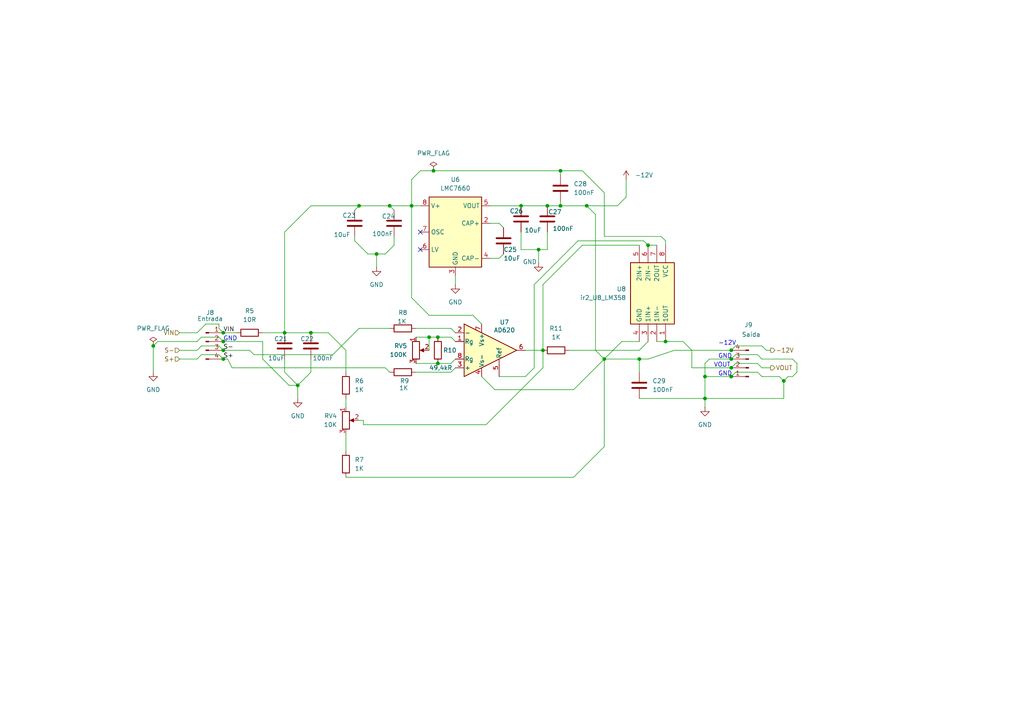
<source format=kicad_sch>
(kicad_sch (version 20250114) (generator "eeschema") (generator_version "9.0")
  (paper "A4")
  (title_block (title "PROJETO IR2_B2_UFAM") (date "07/08/2025") (rev "V1") (company "UFAM-UFMG") (comment 1 "1 - Software Proteus substituído pelo Software Kicad 9.0") (comment 2 "2 - Incluído Amplificafor de Instrumentação para reduzir ruídos") (comment 3 "3 - Incluídos conectores para cabos entrelaçados") (comment 4 "4 - Análise de 4 camadas para reduzir ruídos") (comment 5 "5 - Teste de clonagem"))
  (lib_symbols
    (symbol "Amplifier_Instrumentation:AD620" (pin_names (offset 0.127))
      (property "Reference" "U" (at 3.81 7.62 0))
      (property "Value" "AD620" (at 5.08 5.08 0))
      (symbol "AD620_0_1"
        (polyline (pts (xy -7.62 7.62) (xy -7.62 -7.62) (xy 7.62 0) (xy -7.62 7.62)) (stroke (width 0.254)) (fill (type background)))
      )
      (symbol "AD620_1_1"
        (pin input line (at -10.16 5.08 0) (length 2.54) (name "-") (number "2"))
        (pin passive line (at -10.16 2.54 0) (length 2.54) (name "Rg") (number "1"))
        (pin passive line (at -10.16 -2.54 0) (length 2.54) (name "Rg") (number "8"))
        (pin input line (at -10.16 -5.08 0) (length 2.54) (name "+") (number "3"))
        (pin power_in line (at -2.54 7.62 270) (length 2.54) (name "Vs+") (number "7"))
        (pin power_in line (at -2.54 -7.62 90) (length 2.54) (name "Vs-") (number "4"))
        (pin passive line (at 2.54 -7.62 90) (length 5.08) (name "Ref") (number "5"))
        (pin output line (at 10.16 0 180) (length 2.54) (name "~") (number "6"))
      )
    )
    (symbol "Connector:Conn_01x04_Pin" (pin_names (offset 1.016) (hide yes))
      (property "Reference" "J" (at 0 5.08 0))
      (property "Value" "Conn_01x04_Pin" (at 0 -7.62 0))
      (symbol "Conn_01x04_Pin_1_1"
        (rectangle (start 0.8636 2.667) (end 0 2.413) (stroke (width 0.1524)) (fill (type outline)))
        (rectangle (start 0.8636 0.127) (end 0 -0.127) (stroke (width 0.1524)) (fill (type outline)))
        (rectangle (start 0.8636 -2.413) (end 0 -2.667) (stroke (width 0.1524)) (fill (type outline)))
        (rectangle (start 0.8636 -4.953) (end 0 -5.207) (stroke (width 0.1524)) (fill (type outline)))
        (polyline (pts (xy 1.27 2.54) (xy 0.8636 2.54)) (stroke (width 0.1524)))
        (polyline (pts (xy 1.27 0) (xy 0.8636 0)) (stroke (width 0.1524)))
        (polyline (pts (xy 1.27 -2.54) (xy 0.8636 -2.54)) (stroke (width 0.1524)))
        (polyline (pts (xy 1.27 -5.08) (xy 0.8636 -5.08)) (stroke (width 0.1524)))
        (pin passive line (at 5.08 2.54 180) (length 3.81) (name "Pin_1") (number "1"))
        (pin passive line (at 5.08 0 180) (length 3.81) (name "Pin_2") (number "2"))
        (pin passive line (at 5.08 -2.54 180) (length 3.81) (name "Pin_3") (number "3"))
        (pin passive line (at 5.08 -5.08 180) (length 3.81) (name "Pin_4") (number "4"))
      )
    )
    (symbol "Device:C" (pin_numbers (hide yes)) (pin_names (offset 0.254))
      (property "Reference" "C" (at 0.635 2.54 0))
      (property "Value" "C" (at 0.635 -2.54 0))
      (symbol "C_0_1"
        (polyline (pts (xy -2.032 0.762) (xy 2.032 0.762)) (stroke (width 0.508)))
        (polyline (pts (xy -2.032 -0.762) (xy 2.032 -0.762)) (stroke (width 0.508)))
      )
      (symbol "C_1_1"
        (pin passive line (at 0 3.81 270) (length 2.794) (name "~") (number "1"))
        (pin passive line (at 0 -3.81 90) (length 2.794) (name "~") (number "2"))
      )
    )
    (symbol "Device:R" (pin_numbers (hide yes)) (pin_names (offset 0))
      (property "Reference" "R" (at 2.032 0 90))
      (property "Value" "R" (at 0 0 90))
      (symbol "R_0_1"
        (rectangle (start -1.016 -2.54) (end 1.016 2.54) (stroke (width 0.254)))
      )
      (symbol "R_1_1"
        (pin passive line (at 0 3.81 270) (length 1.27) (name "~") (number "1"))
        (pin passive line (at 0 -3.81 90) (length 1.27) (name "~") (number "2"))
      )
    )
    (symbol "Device:R_Potentiometer" (pin_names (offset 1.016) (hide yes))
      (property "Reference" "RV" (at -4.445 0 90))
      (property "Value" "R_Potentiometer" (at -2.54 0 90))
      (symbol "R_Potentiometer_0_1"
        (rectangle (start 1.016 2.54) (end -1.016 -2.54) (stroke (width 0.254)))
        (polyline (pts (xy 1.143 0) (xy 2.286 0.508) (xy 2.286 -0.508) (xy 1.143 0)) (fill (type outline)))
        (polyline (pts (xy 2.54 0) (xy 1.524 0)))
      )
      (symbol "R_Potentiometer_1_1"
        (pin passive line (at 0 3.81 270) (length 1.27) (name "1") (number "1"))
        (pin passive line (at 0 -3.81 90) (length 1.27) (name "3") (number "3"))
        (pin passive line (at 3.81 0 180) (length 1.27) (name "2") (number "2"))
      )
    )
    (symbol "Regulator_SwitchedCapacitor:LMC7660"
      (property "Reference" "U" (at -6.604 11.43 0))
      (property "Value" "LMC7660" (at 0 11.43 0))
      (symbol "LMC7660_0_1"
        (rectangle (start -7.62 10.16) (end 7.62 -10.16) (stroke (width 0.254)) (fill (type background)))
      )
      (symbol "LMC7660_1_1"
        (pin power_in line (at -10.16 7.62 0) (length 2.54) (name "V+") (number "8"))
        (pin input line (at -10.16 0 0) (length 2.54) (name "OSC") (number "7"))
        (pin input line (at -10.16 -5.08 0) (length 2.54) (name "LV") (number "6"))
        (pin no_connect line (at -7.62 5.08 0) (length 2.54) (hide yes) (name "NC") (number "1"))
        (pin power_in line (at 0 -12.7 90) (length 2.54) (name "GND") (number "3"))
        (pin power_out line (at 10.16 7.62 180) (length 2.54) (name "VOUT") (number "5"))
        (pin input line (at 10.16 2.54 180) (length 2.54) (name "CAP+") (number "2"))
        (pin input line (at 10.16 -7.62 180) (length 2.54) (name "CAP-") (number "4"))
      )
    )
    (symbol "lm358_Library:ir2_U8_LM358"
      (property "Reference" "U" (at 4.826 7.62 0))
      (property "Value" "ir2_U8_LM358" (at 4.826 5.08 0))
      (symbol "ir2_U8_LM358_1_1"
        (rectangle (start 5.08 2.54) (end 22.86 -10.16) (stroke (width 0.254)) (fill (type background)))
        (pin passive line (at 0 0 0) (length 5.08) (name "1OUT") (number "1"))
        (pin passive line (at 0 -2.54 0) (length 5.08) (name "1IN-") (number "2"))
        (pin passive line (at 0 -5.08 0) (length 5.08) (name "1IN+") (number "3"))
        (pin passive line (at 0 -7.62 0) (length 5.08) (name "GND") (number "4"))
        (pin passive line (at 27.94 0 180) (length 5.08) (name "VCC") (number "8"))
        (pin passive line (at 27.94 -2.54 180) (length 5.08) (name "2OUT") (number "7"))
        (pin passive line (at 27.94 -5.08 180) (length 5.08) (name "2IN-") (number "6"))
        (pin passive line (at 27.94 -7.62 180) (length 5.08) (name "2IN+") (number "5"))
      )
    )
    (symbol "power:GND" (power) (pin_numbers (hide yes)) (pin_names (offset 0) (hide yes))
      (property "Value" "GND" (at 0 -3.81 0))
      (symbol "GND_0_1"
        (polyline (pts (xy 0 0) (xy 0 -1.27) (xy 1.27 -1.27) (xy 0 -2.54) (xy -1.27 -1.27) (xy 0 -1.27)))
      )
      (symbol "GND_1_1"
        (pin power_in line (at 0 0 270) (length 0) (name "~") (number "1"))
      )
    )
    (symbol "power:PWR_FLAG" (power) (pin_numbers (hide yes)) (pin_names (offset 0) (hide yes))
      (property "Value" "PWR_FLAG" (at 0 3.81 0))
      (symbol "PWR_FLAG_0_0"
        (pin power_out line (at 0 0 90) (length 0) (name "~") (number "1"))
      )
      (symbol "PWR_FLAG_0_1"
        (polyline (pts (xy 0 0) (xy 0 1.27) (xy -1.016 1.905) (xy 0 2.54) (xy 1.016 1.905) (xy 0 1.27)))
      )
    )
    (symbol "power:VCC" (power) (pin_numbers (hide yes)) (pin_names (offset 0) (hide yes))
      (property "Value" "VCC" (at 0 3.556 0))
      (symbol "VCC_0_1"
        (polyline (pts (xy -0.762 1.27) (xy 0 2.54)))
        (polyline (pts (xy 0 2.54) (xy 0.762 1.27)))
        (polyline (pts (xy 0 0) (xy 0 2.54)))
      )
      (symbol "VCC_1_1"
        (pin power_in line (at 0 0 90) (length 0) (name "~") (number "1"))
      )
    )
  )
  (text "GND" (at 64.77 99.06 0) (effects (font (size 1.27 1.27)) (justify left bottom)))
  (text "-12V" (at 208.28 100.33 0) (effects (font (size 1.27 1.27)) (justify left bottom)))
  (text "GND" (at 208.28 104.14 0) (effects (font (size 1.27 1.27)) (justify left bottom)))
  (text "GND" (at 208.28 109.22 0) (effects (font (size 1.27 1.27)) (justify left bottom)))
  (text "VOUT" (at 207.01 106.68 0) (effects (font (size 1.27 1.27)) (justify left bottom)))
  (junction (at 64.77 104.14))
  (junction (at 156.21 72.39))
  (junction (at 170.18 59.69))
  (junction (at 64.77 101.6))
  (junction (at 127 105.41))
  (junction (at 227.33 110.49))
  (junction (at 204.47 115.57))
  (junction (at 175.26 104.14))
  (junction (at 185.42 104.14))
  (junction (at 82.55 96.52))
  (junction (at 109.22 73.66))
  (junction (at 64.77 99.06))
  (junction (at 113.03 59.69))
  (junction (at 124.46 97.79))
  (junction (at 187.96 71.12))
  (junction (at 158.75 59.69))
  (junction (at 90.17 96.52))
  (junction (at 162.56 59.69))
  (junction (at 119.38 59.69))
  (junction (at 212.09 101.6))
  (junction (at 151.13 59.69))
  (junction (at 193.04 99.06))
  (junction (at 157.48 101.6))
  (junction (at 64.77 96.52))
  (junction (at 127 97.79))
  (junction (at 212.09 109.22))
  (junction (at 212.09 104.14))
  (junction (at 162.56 49.53))
  (junction (at 104.14 59.69))
  (junction (at 204.47 109.22))
  (junction (at 86.36 111.76))
  (junction (at 125.73 49.53))
  (junction (at 212.09 106.68))
  (junction (at 44.45 100.33))
  (no_connect (at 121.92 67.31))
  (no_connect (at 121.92 72.39))
  (wire (pts (xy 114.3 60.96) (xy 113.03 59.69)))
  (wire (pts (xy 175.26 104.14) (xy 175.26 129.54)))
  (wire (pts (xy 220.98 104.14) (xy 219.71 102.87)))
  (wire (pts (xy 204.47 109.22) (xy 204.47 115.57)))
  (wire (pts (xy 213.36 107.95) (xy 212.09 109.22)))
  (wire (pts (xy 82.55 107.95) (xy 82.55 104.14)))
  (wire (pts (xy 185.42 104.14) (xy 185.42 107.95)))
  (wire (pts (xy 229.87 109.22) (xy 228.6 109.22)))
  (wire (pts (xy 100.33 101.6) (xy 95.25 96.52)))
  (wire (pts (xy 59.69 93.98) (xy 63.5 93.98)))
  (wire (pts (xy 193.04 69.85) (xy 193.04 71.12)))
  (wire (pts (xy 157.48 82.55) (xy 157.48 101.6)))
  (wire (pts (xy 220.98 106.68) (xy 219.71 105.41)))
  (wire (pts (xy 102.87 60.96) (xy 104.14 59.69)))
  (wire (pts (xy 119.38 59.69) (xy 121.92 59.69)))
  (wire (pts (xy 156.21 72.39) (xy 156.21 76.2)))
  (wire (pts (xy 193.04 69.85) (xy 191.77 68.58)))
  (wire (pts (xy 172.72 62.23) (xy 170.18 59.69)))
  (wire (pts (xy 142.24 59.69) (xy 151.13 59.69)))
  (wire (pts (xy 167.64 69.85) (xy 154.94 82.55)))
  (wire (pts (xy 168.91 71.12) (xy 157.48 82.55)))
  (wire (pts (xy 127 105.41) (xy 130.81 105.41)))
  (wire (pts (xy 106.68 73.66) (xy 109.22 73.66)))
  (wire (pts (xy 102.87 68.58) (xy 102.87 69.85)))
  (wire (pts (xy 204.47 115.57) (xy 204.47 118.11)))
  (wire (pts (xy 185.42 104.14) (xy 187.96 104.14)))
  (wire (pts (xy 172.72 101.6) (xy 172.72 62.23)))
  (wire (pts (xy 154.94 106.68) (xy 152.4 109.22)))
  (wire (pts (xy 58.42 102.87) (xy 63.5 102.87)))
  (wire (pts (xy 222.25 101.6) (xy 220.98 100.33)))
  (wire (pts (xy 229.87 104.14) (xy 231.14 105.41)))
  (wire (pts (xy 64.77 99.06) (xy 76.2 99.06)))
  (wire (pts (xy 82.55 96.52) (xy 82.55 67.31)))
  (wire (pts (xy 213.36 102.87) (xy 219.71 102.87)))
  (wire (pts (xy 125.73 49.53) (xy 162.56 49.53)))
  (wire (pts (xy 200.66 101.6) (xy 200.66 106.68)))
  (wire (pts (xy 186.69 69.85) (xy 167.64 69.85)))
  (wire (pts (xy 157.48 101.6) (xy 157.48 106.68)))
  (wire (pts (xy 223.52 101.6) (xy 222.25 101.6)))
  (wire (pts (xy 130.81 105.41) (xy 132.08 104.14)))
  (wire (pts (xy 76.2 99.06) (xy 76.2 104.14)))
  (wire (pts (xy 227.33 110.49) (xy 227.33 115.57)))
  (wire (pts (xy 220.98 100.33) (xy 213.36 100.33)))
  (wire (pts (xy 57.15 101.6) (xy 58.42 100.33)))
  (wire (pts (xy 52.07 104.14) (xy 57.15 104.14)))
  (wire (pts (xy 187.96 104.14) (xy 195.58 101.6)))
  (wire (pts (xy 82.55 67.31) (xy 90.17 59.69)))
  (wire (pts (xy 175.26 104.14) (xy 172.72 101.6)))
  (wire (pts (xy 144.78 109.22) (xy 152.4 109.22)))
  (wire (pts (xy 165.1 101.6) (xy 185.42 101.6)))
  (wire (pts (xy 44.45 100.33) (xy 44.45 107.95)))
  (wire (pts (xy 181.61 52.07) (xy 181.61 57.15)))
  (wire (pts (xy 151.13 67.31) (xy 151.13 72.39)))
  (wire (pts (xy 166.37 138.43) (xy 175.26 129.54)))
  (wire (pts (xy 180.34 99.06) (xy 175.26 104.14)))
  (wire (pts (xy 124.46 91.44) (xy 119.38 86.36)))
  (wire (pts (xy 124.46 97.79) (xy 127 97.79)))
  (wire (pts (xy 121.92 49.53) (xy 125.73 49.53)))
  (wire (pts (xy 130.81 107.95) (xy 132.08 106.68)))
  (wire (pts (xy 162.56 49.53) (xy 168.91 49.53)))
  (wire (pts (xy 124.46 97.79) (xy 124.46 101.6)))
  (wire (pts (xy 190.5 99.06) (xy 193.04 99.06)))
  (wire (pts (xy 52.07 101.6) (xy 57.15 101.6)))
  (wire (pts (xy 57.15 96.52) (xy 59.69 93.98)))
  (wire (pts (xy 130.81 95.25) (xy 132.08 96.52)))
  (wire (pts (xy 213.36 102.87) (xy 212.09 104.14)))
  (wire (pts (xy 57.15 104.14) (xy 58.42 102.87)))
  (wire (pts (xy 162.56 59.69) (xy 170.18 59.69)))
  (wire (pts (xy 86.36 111.76) (xy 86.36 115.57)))
  (wire (pts (xy 127 97.79) (xy 130.81 97.79)))
  (wire (pts (xy 144.78 64.77) (xy 146.05 66.04)))
  (wire (pts (xy 63.5 95.25) (xy 64.77 96.52)))
  (wire (pts (xy 67.31 106.68) (xy 66.04 104.14)))
  (wire (pts (xy 137.16 91.44) (xy 124.46 91.44)))
  (wire (pts (xy 57.15 99.06) (xy 58.42 97.79)))
  (wire (pts (xy 185.42 71.12) (xy 168.91 71.12)))
  (wire (pts (xy 151.13 72.39) (xy 156.21 72.39)))
  (wire (pts (xy 100.33 107.95) (xy 100.33 101.6)))
  (wire (pts (xy 140.97 123.19) (xy 157.48 106.68)))
  (wire (pts (xy 220.98 104.14) (xy 229.87 104.14)))
  (wire (pts (xy 204.47 109.22) (xy 212.09 109.22)))
  (wire (pts (xy 187.96 71.12) (xy 186.69 69.85)))
  (wire (pts (xy 104.14 95.25) (xy 96.52 102.87)))
  (wire (pts (xy 90.17 96.52) (xy 95.25 96.52)))
  (wire (pts (xy 204.47 115.57) (xy 227.33 115.57)))
  (wire (pts (xy 64.77 104.14) (xy 66.04 104.14)))
  (wire (pts (xy 90.17 107.95) (xy 86.36 111.76)))
  (wire (pts (xy 114.3 68.58) (xy 114.3 71.12)))
  (wire (pts (xy 166.37 113.03) (xy 175.26 104.14)))
  (wire (pts (xy 102.87 69.85) (xy 106.68 73.66)))
  (wire (pts (xy 96.52 102.87) (xy 73.66 102.87)))
  (wire (pts (xy 142.24 64.77) (xy 144.78 64.77)))
  (wire (pts (xy 82.55 107.95) (xy 86.36 111.76)))
  (wire (pts (xy 193.04 99.06) (xy 198.12 99.06)))
  (wire (pts (xy 52.07 96.52) (xy 57.15 96.52)))
  (wire (pts (xy 104.14 121.92) (xy 105.41 121.92)))
  (wire (pts (xy 205.74 104.14) (xy 212.09 104.14)))
  (wire (pts (xy 213.36 105.41) (xy 212.09 106.68)))
  (wire (pts (xy 187.96 99.06) (xy 185.42 101.6)))
  (wire (pts (xy 185.42 115.57) (xy 204.47 115.57)))
  (wire (pts (xy 109.22 73.66) (xy 109.22 77.47)))
  (wire (pts (xy 162.56 49.53) (xy 162.56 50.8)))
  (wire (pts (xy 58.42 97.79) (xy 63.5 97.79)))
  (wire (pts (xy 185.42 99.06) (xy 180.34 99.06)))
  (wire (pts (xy 63.5 102.87) (xy 64.77 104.14)))
  (wire (pts (xy 44.45 100.33) (xy 45.72 99.06)))
  (wire (pts (xy 104.14 59.69) (xy 113.03 59.69)))
  (wire (pts (xy 64.77 96.52) (xy 68.58 96.52)))
  (wire (pts (xy 204.47 105.41) (xy 204.47 109.22)))
  (wire (pts (xy 220.98 109.22) (xy 219.71 107.95)))
  (wire (pts (xy 158.75 59.69) (xy 162.56 59.69)))
  (wire (pts (xy 130.81 97.79) (xy 132.08 99.06)))
  (wire (pts (xy 223.52 106.68) (xy 220.98 106.68)))
  (wire (pts (xy 185.42 104.14) (xy 175.26 104.14)))
  (wire (pts (xy 119.38 59.69) (xy 119.38 52.07)))
  (wire (pts (xy 219.71 105.41) (xy 213.36 105.41)))
  (wire (pts (xy 219.71 107.95) (xy 213.36 107.95)))
  (wire (pts (xy 119.38 52.07) (xy 121.92 49.53)))
  (wire (pts (xy 143.51 113.03) (xy 166.37 113.03)))
  (wire (pts (xy 76.2 104.14) (xy 83.82 111.76)))
  (wire (pts (xy 231.14 107.95) (xy 229.87 109.22)))
  (wire (pts (xy 113.03 59.69) (xy 119.38 59.69)))
  (wire (pts (xy 175.26 55.88) (xy 175.26 68.58)))
  (wire (pts (xy 142.24 74.93) (xy 144.78 74.93)))
  (wire (pts (xy 187.96 71.12) (xy 190.5 71.12)))
  (wire (pts (xy 139.7 109.22) (xy 143.51 113.03)))
  (wire (pts (xy 120.65 107.95) (xy 130.81 107.95)))
  (wire (pts (xy 139.7 93.98) (xy 137.16 91.44)))
  (wire (pts (xy 220.98 109.22) (xy 226.06 109.22)))
  (wire (pts (xy 200.66 106.68) (xy 212.09 106.68)))
  (wire (pts (xy 83.82 111.76) (xy 86.36 111.76)))
  (wire (pts (xy 111.76 106.68) (xy 113.03 107.95)))
  (wire (pts (xy 151.13 59.69) (xy 158.75 59.69)))
  (wire (pts (xy 67.31 106.68) (xy 111.76 106.68)))
  (wire (pts (xy 105.41 121.92) (xy 105.41 123.19)))
  (wire (pts (xy 63.5 100.33) (xy 64.77 101.6)))
  (wire (pts (xy 90.17 107.95) (xy 90.17 104.14)))
  (wire (pts (xy 170.18 59.69) (xy 179.07 59.69)))
  (wire (pts (xy 114.3 71.12) (xy 111.76 73.66)))
  (wire (pts (xy 119.38 59.69) (xy 119.38 86.36)))
  (wire (pts (xy 132.08 80.01) (xy 132.08 82.55)))
  (wire (pts (xy 63.5 97.79) (xy 64.77 99.06)))
  (wire (pts (xy 228.6 109.22) (xy 227.33 110.49)))
  (wire (pts (xy 100.33 138.43) (xy 166.37 138.43)))
  (wire (pts (xy 195.58 101.6) (xy 212.09 101.6)))
  (wire (pts (xy 226.06 109.22) (xy 227.33 110.49)))
  (wire (pts (xy 158.75 67.31) (xy 158.75 72.39)))
  (wire (pts (xy 105.41 123.19) (xy 140.97 123.19)))
  (wire (pts (xy 181.61 57.15) (xy 179.07 59.69)))
  (wire (pts (xy 154.94 82.55) (xy 154.94 106.68)))
  (wire (pts (xy 175.26 68.58) (xy 191.77 68.58)))
  (wire (pts (xy 58.42 100.33) (xy 63.5 100.33)))
  (wire (pts (xy 64.77 101.6) (xy 72.39 101.6)))
  (wire (pts (xy 198.12 99.06) (xy 200.66 101.6)))
  (wire (pts (xy 168.91 49.53) (xy 175.26 55.88)))
  (wire (pts (xy 73.66 102.87) (xy 72.39 101.6)))
  (wire (pts (xy 120.65 97.79) (xy 124.46 97.79)))
  (wire (pts (xy 144.78 74.93) (xy 146.05 73.66)))
  (wire (pts (xy 76.2 96.52) (xy 82.55 96.52)))
  (wire (pts (xy 90.17 59.69) (xy 104.14 59.69)))
  (wire (pts (xy 162.56 58.42) (xy 162.56 59.69)))
  (wire (pts (xy 45.72 99.06) (xy 57.15 99.06)))
  (wire (pts (xy 100.33 125.73) (xy 100.33 130.81)))
  (wire (pts (xy 82.55 96.52) (xy 90.17 96.52)))
  (wire (pts (xy 113.03 95.25) (xy 104.14 95.25)))
  (wire (pts (xy 120.65 95.25) (xy 130.81 95.25)))
  (wire (pts (xy 109.22 73.66) (xy 111.76 73.66)))
  (wire (pts (xy 63.5 93.98) (xy 63.5 95.25)))
  (wire (pts (xy 120.65 105.41) (xy 127 105.41)))
  (wire (pts (xy 213.36 100.33) (xy 212.09 101.6)))
  (wire (pts (xy 204.47 105.41) (xy 205.74 104.14)))
  (wire (pts (xy 100.33 115.57) (xy 100.33 118.11)))
  (wire (pts (xy 156.21 72.39) (xy 158.75 72.39)))
  (wire (pts (xy 152.4 101.6) (xy 157.48 101.6)))
  (wire (pts (xy 231.14 105.41) (xy 231.14 107.95)))
  (label "S+" (at 64.77 104.14 0))
  (label "S-" (at 64.77 101.6 0))
  (label "VIN" (at 64.77 96.52 0))
  (hierarchical_label "S+" (shape input) (at 52.07 104.14 180))
  (hierarchical_label "S-" (shape input) (at 52.07 101.6 180))
  (hierarchical_label "-12V" (shape output) (at 223.52 101.6 0))
  (hierarchical_label "VOUT" (shape output) (at 223.52 106.68 0))
  (hierarchical_label "VIN" (shape input) (at 52.07 96.52 180))
  (symbol (lib_id "Device:R") (at 100.33 134.62 180) (unit 1)
    (property "Reference" "R7" (at 102.87 133.3499 0) (effects (justify right)))
    (property "Value" "1K" (at 102.87 135.8899 0) (effects (justify right)))
    (property "Footprint" "Resistor_SMD:R_0805_2012Metric" (effects (hide yes)))
    (property "Description" "Resistor" (effects (hide yes)))
  )
  (symbol (lib_id "Device:R") (at 116.84 95.25 270) (unit 1)
    (property "Reference" "R8" (at 116.84 90.678 90))
    (property "Value" "1K" (at 116.586 93.218 90))
    (property "Footprint" "Resistor_SMD:R_0805_2012Metric" (effects (hide yes)))
    (property "Description" "Resistor" (effects (hide yes)))
  )
  (symbol (lib_id "power:GND") (at 109.22 77.47 0) (unit 1)
    (property "Reference" "#PWR024" (effects (hide yes)))
    (property "Value" "GND" (at 109.22 82.55 0))
    (property "Description" "Power symbol creates a global label with name \"GND\" , ground" (effects (hide yes)))
  )
  (symbol (lib_id "Regulator_SwitchedCapacitor:LMC7660") (at 132.08 67.31 0) (unit 1)
    (property "Reference" "U6" (at 132.08 52.07 0))
    (property "Value" "LMC7660" (at 132.08 54.61 0))
    (property "Footprint" "Package_SO:SOIC-8_5.3x5.3mm_P1.27mm" (effects (hide yes)))
    (property "Datasheet" "http://www.ti.com/lit/ds/symlink/lmc7660.pdf" (effects (hide yes)))
    (property "Description" "Voltage converter from +1.5V to +10V to +1.5V to +10V, SO-8/DIP-8" (effects (hide yes)))
  )
  (symbol (lib_id "Device:C") (at 151.13 63.5 0) (unit 1)
    (property "Reference" "C26" (at 147.828 61.214 0) (effects (justify left)))
    (property "Value" "10uF" (at 152.146 66.802 0) (effects (justify left)))
    (property "Footprint" "Capacitor_SMD:C_Elec_3x5.4" (effects (hide yes)))
    (property "Description" "Unpolarized capacitor" (effects (hide yes)))
  )
  (symbol (lib_id "Device:R") (at 127 101.6 0) (unit 1)
    (property "Reference" "R10" (at 128.524 101.6 0) (effects (justify left)))
    (property "Value" "49,4kR" (at 124.46 106.68 0) (effects (justify left)))
    (property "Footprint" "Resistor_SMD:R_0805_2012Metric" (effects (hide yes)))
    (property "Description" "Resistor" (effects (hide yes)))
  )
  (symbol (lib_id "Device:C") (at 102.87 64.77 0) (unit 1)
    (property "Reference" "C23" (at 99.314 62.484 0) (effects (justify left)))
    (property "Value" "10uF" (at 96.774 68.072 0) (effects (justify left)))
    (property "Footprint" "Capacitor_SMD:C_Elec_3x5.4" (effects (hide yes)))
    (property "Description" "Unpolarized capacitor" (effects (hide yes)))
  )
  (symbol (lib_id "power:GND") (at 132.08 82.55 0) (unit 1)
    (property "Reference" "#PWR025" (effects (hide yes)))
    (property "Value" "GND" (at 132.08 87.63 0))
    (property "Description" "Power symbol creates a global label with name \"GND\" , ground" (effects (hide yes)))
  )
  (symbol (lib_id "power:VCC") (at 181.61 52.07 0) (unit 1)
    (property "Reference" "#PWR038" (effects (hide yes)))
    (property "Value" "-12V" (at 184.15 50.7999 0) (effects (justify left)))
    (property "Description" "Power symbol creates a global label with name \"VCC\"" (effects (hide yes)))
  )
  (symbol (lib_id "Device:C") (at 146.05 69.85 180) (unit 1)
    (property "Reference" "C25" (at 146.05 72.3899 0) (effects (justify right)))
    (property "Value" "10uF" (at 146.05 74.9299 0) (effects (justify right)))
    (property "Footprint" "Capacitor_SMD:C_Elec_3x5.4" (effects (hide yes)))
    (property "Description" "Unpolarized capacitor" (effects (hide yes)))
  )
  (symbol (lib_id "Device:C") (at 82.55 100.33 0) (unit 1)
    (property "Reference" "C21" (at 79.502 98.298 0) (effects (justify left)))
    (property "Value" "10uF" (at 77.724 103.886 0) (effects (justify left)))
    (property "Footprint" "Capacitor_SMD:C_Elec_3x5.4" (effects (hide yes)))
    (property "Description" "Unpolarized capacitor" (effects (hide yes)))
  )
  (symbol (lib_id "Device:C") (at 114.3 64.77 0) (unit 1)
    (property "Reference" "C24" (at 110.744 62.738 0) (effects (justify left)))
    (property "Value" "100nF" (at 107.95 67.818 0) (effects (justify left)))
    (property "Footprint" "Capacitor_SMD:C_0805_2012Metric_Pad1.18x1.45mm_HandSolder" (effects (hide yes)))
    (property "Description" "Unpolarized capacitor" (effects (hide yes)))
  )
  (symbol (lib_id "power:GND") (at 44.45 107.95 0) (unit 1)
    (property "Reference" "#PWR06" (effects (hide yes)))
    (property "Value" "GND" (at 44.45 113.03 0))
    (property "Description" "Power symbol creates a global label with name \"GND\" , ground" (effects (hide yes)))
  )
  (symbol (lib_id "Device:C") (at 185.42 111.76 180) (unit 1)
    (property "Reference" "C29" (at 189.23 110.4899 0) (effects (justify right)))
    (property "Value" "100nF" (at 189.23 113.0299 0) (effects (justify right)))
    (property "Footprint" "Capacitor_SMD:C_0805_2012Metric" (effects (hide yes)))
    (property "Description" "Unpolarized capacitor" (effects (hide yes)))
  )
  (symbol (lib_id "Device:R") (at 116.84 107.95 270) (unit 1)
    (property "Reference" "R9" (at 117.348 110.49 90))
    (property "Value" "1K" (at 117.094 112.522 90))
    (property "Footprint" "Resistor_SMD:R_0805_2012Metric" (effects (hide yes)))
    (property "Description" "Resistor" (effects (hide yes)))
  )
  (symbol (lib_id "Device:R_Potentiometer") (at 120.65 101.6 0) (unit 1)
    (property "Reference" "RV5" (at 118.11 100.3299 0) (effects (justify right)))
    (property "Value" "100K" (at 118.11 102.8699 0) (effects (justify right)))
    (property "Footprint" "Potentiometer_THT:Potentiometer_Bourns_3296W_Vertical" (effects (hide yes)))
    (property "Description" "Potentiometer" (effects (hide yes)))
  )
  (symbol (lib_id "power:GND") (at 204.47 118.11 0) (unit 1)
    (property "Reference" "#PWR027" (effects (hide yes)))
    (property "Value" "GND" (at 204.47 123.19 0))
    (property "Description" "Power symbol creates a global label with name \"GND\" , ground" (effects (hide yes)))
  )
  (symbol (lib_id "Device:R") (at 100.33 111.76 180) (unit 1)
    (property "Reference" "R6" (at 102.87 110.4899 0) (effects (justify right)))
    (property "Value" "1K" (at 102.87 113.0299 0) (effects (justify right)))
    (property "Footprint" "Resistor_SMD:R_0805_2012Metric" (effects (hide yes)))
    (property "Description" "Resistor" (effects (hide yes)))
  )
  (symbol (lib_id "Device:C") (at 162.56 54.61 180) (unit 1)
    (property "Reference" "C28" (at 166.37 53.3399 0) (effects (justify right)))
    (property "Value" "100nF" (at 166.37 55.8799 0) (effects (justify right)))
    (property "Footprint" "Capacitor_SMD:C_0805_2012Metric" (effects (hide yes)))
    (property "Description" "Unpolarized capacitor" (effects (hide yes)))
  )
  (symbol (lib_id "Device:R_Potentiometer") (at 100.33 121.92 0) (unit 1)
    (property "Reference" "RV4" (at 97.79 120.6499 0) (effects (justify right)))
    (property "Value" "10K" (at 97.79 123.1899 0) (effects (justify right)))
    (property "Footprint" "Potentiometer_THT:Potentiometer_Bourns_3296W_Vertical" (effects (hide yes)))
    (property "Description" "Potentiometer" (effects (hide yes)))
  )
  (symbol (lib_id "Connector:Conn_01x04_Pin") (at 59.69 99.06 0) (unit 1)
    (property "Reference" "J8" (at 60.96 90.678 0))
    (property "Value" "Entrada" (at 60.96 92.456 0))
    (property "Footprint" "Connector_Molex:Molex_KK-254_AE-6410-04A_1x04_P2.54mm_Vertical" (effects (hide yes)))
    (property "Description" "Generic connector, single row, 01x04, script generated" (effects (hide yes)))
  )
  (symbol (lib_id "power:PWR_FLAG") (at 125.73 49.53 0) (unit 1)
    (property "Reference" "#FLG02" (effects (hide yes)))
    (property "Value" "PWR_FLAG" (at 125.73 44.45 0))
    (property "Description" "Special symbol for telling ERC where power comes from" (effects (hide yes)))
  )
  (symbol (lib_id "Device:C") (at 90.17 100.33 0) (unit 1)
    (property "Reference" "C22" (at 87.122 98.298 0) (effects (justify left)))
    (property "Value" "100nF" (at 90.678 103.886 0) (effects (justify left)))
    (property "Footprint" "Capacitor_SMD:C_0805_2012Metric" (effects (hide yes)))
    (property "Description" "Unpolarized capacitor" (effects (hide yes)))
  )
  (symbol (lib_id "Device:C") (at 158.75 63.5 0) (unit 1)
    (property "Reference" "C27" (at 159.004 61.468 0) (effects (justify left)))
    (property "Value" "100nF" (at 160.274 66.294 0) (effects (justify left)))
    (property "Footprint" "Capacitor_SMD:C_0805_2012Metric" (effects (hide yes)))
    (property "Description" "Unpolarized capacitor" (effects (hide yes)))
  )
  (symbol (lib_id "power:GND") (at 156.21 76.2 0) (unit 1)
    (property "Reference" "#PWR026" (effects (hide yes)))
    (property "Value" "GND" (at 153.67 75.946 0))
    (property "Description" "Power symbol creates a global label with name \"GND\" , ground" (effects (hide yes)))
  )
  (symbol (lib_id "Device:R") (at 161.29 101.6 90) (unit 1)
    (property "Reference" "R11" (at 161.29 95.25 90))
    (property "Value" "1K" (at 161.29 97.79 90))
    (property "Footprint" "Resistor_SMD:R_0805_2012Metric_Pad1.20x1.40mm_HandSolder" (effects (hide yes)))
    (property "Description" "Resistor" (effects (hide yes)))
  )
  (symbol (lib_id "power:PWR_FLAG") (at 44.45 100.33 0) (unit 1)
    (property "Reference" "#FLG01" (effects (hide yes)))
    (property "Value" "PWR_FLAG" (at 44.45 95.25 0))
    (property "Description" "Special symbol for telling ERC where power comes from" (effects (hide yes)))
  )
  (symbol (lib_id "Connector:Conn_01x04_Pin") (at 217.17 106.68 180) (unit 1)
    (property "Reference" "J9" (at 215.9 94.234 0) (effects (justify right)))
    (property "Value" "Saída" (at 215.138 97.028 0) (effects (justify right)))
    (property "Footprint" "Connector_Molex:Molex_KK-254_AE-6410-04A_1x04_P2.54mm_Vertical" (effects (hide yes)))
    (property "Description" "Generic connector, single row, 01x04, script generated" (effects (hide yes)))
  )
  (symbol (lib_id "Amplifier_Instrumentation:AD620") (at 142.24 101.6 0) (unit 1)
    (property "Reference" "U7" (at 146.304 93.472 0))
    (property "Value" "AD620" (at 146.304 95.758 0))
    (property "Footprint" "Package_SO:SOIC-8_5.3x5.3mm_P1.27mm" (effects (hide yes)))
    (property "Datasheet" "https://www.analog.com/media/en/technical-documentation/data-sheets/AD620.pdf" (effects (hide yes)))
    (property "Description" "Low Cost, Low Power, Instrumentation Amplifier, DIP-8/SOIC-8" (effects (hide yes)))
  )
  (symbol (lib_id "lm358_Library:ir2_U8_LM358") (at 193.04 99.06 270) (mirror x) (unit 1)
    (property "Reference" "U8" (at 181.61 83.8199 90) (effects (justify right)))
    (property "Value" "ir2_U8_LM358" (at 181.61 86.3599 90) (effects (justify right)))
    (property "Footprint" "IR2_Library:IR2_UFAM_V1_LM358" (effects (hide yes)))
    (property "Datasheet" "https://datasheet.lcsc.com/szlcsc/1902201702_IDCHIP-LM358_C329455.pdf" (effects (hide yes)))
    (property "Description" "Operational Amplifiers SOP-8 RoHS" (effects (hide yes)))
    (property "Height" "1.5" (effects (hide yes)))
    (property "Manufacturer_Name" "IDCHIP" (effects (hide yes)))
    (property "Manufacturer_Part_Number" "LM358" (effects (hide yes)))
  )
  (symbol (lib_id "power:GND") (at 86.36 115.57 0) (unit 1)
    (property "Reference" "#PWR07" (effects (hide yes)))
    (property "Value" "GND" (at 86.36 120.65 0))
    (property "Description" "Power symbol creates a global label with name \"GND\" , ground" (effects (hide yes)))
  )
  (symbol (lib_id "Device:R") (at 72.39 96.52 90) (unit 1)
    (property "Reference" "R5" (at 72.39 90.17 90))
    (property "Value" "10R" (at 72.39 92.71 90))
    (property "Footprint" "Resistor_SMD:R_0805_2012Metric" (effects (hide yes)))
    (property "Description" "Resistor" (effects (hide yes)))
  )
)
</source>
